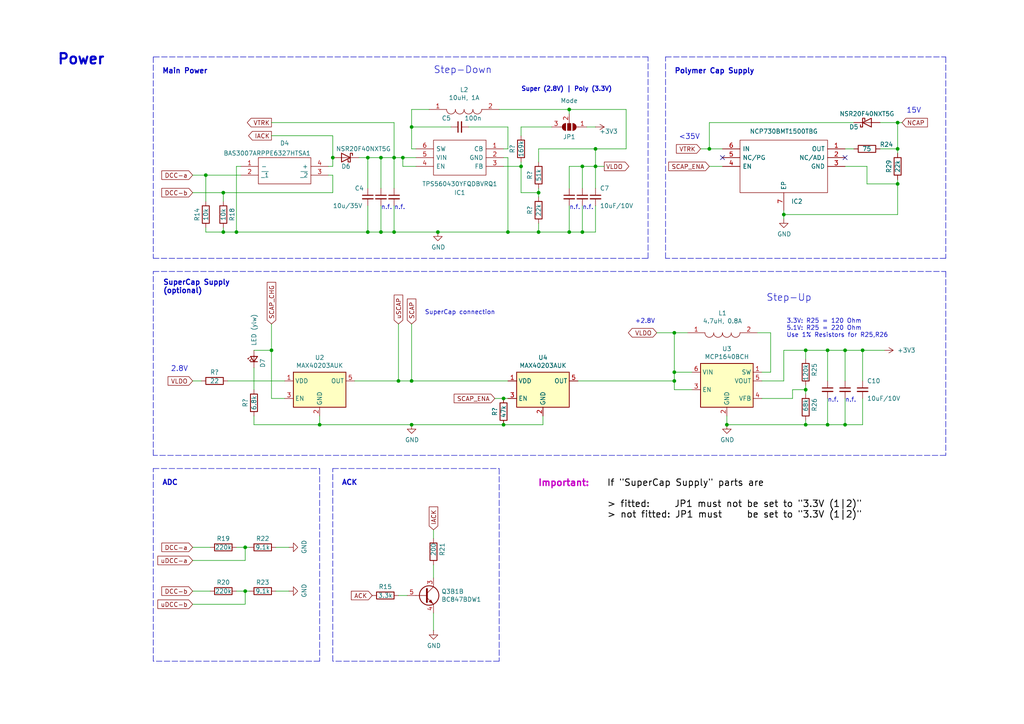
<source format=kicad_sch>
(kicad_sch (version 20250114) (generator "eeschema") (generator_version "9.0")
  (paper "A4")
  (title_block (title "DCC Ambient Decoder Prototype") (date "2025-10-14") (rev "1") (company "Frank Schumacher") (comment 1 "D99.1") (comment 2 "2.8V SCAPs"))
  (lib_symbols
    (symbol "Analog_Switch:MAX40200AUK"
      (property "Reference" "U" (at -6.35 6.35 0))
      (property "Value" "MAX40200AUK" (at 7.62 6.35 0))
      (symbol "MAX40200AUK_1_1"
        (rectangle (start -7.62 -5.08) (end 7.62 5.08) (stroke (width 0.254)) (fill (type background)))
        (pin power_in line (at -10.16 2.54 0) (length 2.54) (name "VDD") (number "1"))
        (pin input line (at -10.16 -2.54 0) (length 2.54) (name "EN") (number "3"))
        (pin power_in line (at 0 -7.62 90) (length 2.54) (name "GND") (number "2"))
        (pin no_connect line (at 7.62 -2.54 180) (length 2.54) (hide yes) (name "NC") (number "4"))
        (pin passive line (at 10.16 2.54 180) (length 2.54) (name "OUT") (number "5"))
      )
    )
    (symbol "Device:C_Small" (pin_numbers (hide yes)) (pin_names (offset 0.254) (hide yes))
      (property "Reference" "C" (at 0.254 1.778 0))
      (property "Value" "C_Small" (at 0.254 -2.032 0))
      (symbol "C_Small_0_1"
        (polyline (pts (xy -1.524 0.508) (xy 1.524 0.508)) (stroke (width 0.3048)))
        (polyline (pts (xy -1.524 -0.508) (xy 1.524 -0.508)) (stroke (width 0.3302)))
      )
      (symbol "C_Small_1_1"
        (pin passive line (at 0 2.54 270) (length 2.032) (name "~") (number "1"))
        (pin passive line (at 0 -2.54 90) (length 2.032) (name "~") (number "2"))
      )
    )
    (symbol "Device:D_Schottky" (pin_numbers (hide yes)) (pin_names (offset 1.016) (hide yes))
      (property "Reference" "D" (at 0 2.54 0))
      (property "Value" "D_Schottky" (at 0 -2.54 0))
      (symbol "D_Schottky_0_1"
        (polyline (pts (xy -1.905 0.635) (xy -1.905 1.27) (xy -1.27 1.27) (xy -1.27 -1.27) (xy -0.635 -1.27) (xy -0.635 -0.635)) (stroke (width 0.254)))
        (polyline (pts (xy 1.27 1.27) (xy 1.27 -1.27) (xy -1.27 0) (xy 1.27 1.27)) (stroke (width 0.254)))
        (polyline (pts (xy 1.27 0) (xy -1.27 0)))
      )
      (symbol "D_Schottky_1_1"
        (pin passive line (at -3.81 0 0) (length 2.54) (name "K") (number "1"))
        (pin passive line (at 3.81 0 180) (length 2.54) (name "A") (number "2"))
      )
    )
    (symbol "Device:LED_Small" (pin_numbers (hide yes)) (pin_names (offset 0.254) (hide yes))
      (property "Reference" "D" (at -1.27 3.175 0))
      (property "Value" "LED_Small" (at -4.445 -2.54 0))
      (symbol "LED_Small_0_1"
        (polyline (pts (xy -0.762 -1.016) (xy -0.762 1.016)) (stroke (width 0.254)))
        (polyline (pts (xy 0 0.762) (xy -0.508 1.27) (xy -0.254 1.27) (xy -0.508 1.27) (xy -0.508 1.016)))
        (polyline (pts (xy 0.508 1.27) (xy 0 1.778) (xy 0.254 1.778) (xy 0 1.778) (xy 0 1.524)))
        (polyline (pts (xy 0.762 -1.016) (xy -0.762 0) (xy 0.762 1.016) (xy 0.762 -1.016)) (stroke (width 0.254)))
        (polyline (pts (xy 1.016 0) (xy -0.762 0)))
      )
      (symbol "LED_Small_1_1"
        (pin passive line (at -2.54 0 0) (length 1.778) (name "K") (number "1"))
        (pin passive line (at 2.54 0 180) (length 1.778) (name "A") (number "2"))
      )
    )
    (symbol "Device:R" (pin_numbers (hide yes)) (pin_names (offset 0))
      (property "Reference" "R" (at 2.032 0 90))
      (property "Value" "R" (at 0 0 90))
      (symbol "R_0_1"
        (rectangle (start -1.016 -2.54) (end 1.016 2.54) (stroke (width 0.254)))
      )
      (symbol "R_1_1"
        (pin passive line (at 0 3.81 270) (length 1.27) (name "~") (number "1"))
        (pin passive line (at 0 -3.81 90) (length 1.27) (name "~") (number "2"))
      )
    )
    (symbol "Jumper:SolderJumper_3_Open" (pin_names (offset 0) (hide yes)) (in_bom no)
      (property "Reference" "JP" (at -2.54 -2.54 0))
      (property "Value" "SolderJumper_3_Open" (at 0 2.794 0))
      (symbol "SolderJumper_3_Open_0_1"
        (polyline (pts (xy -2.54 0) (xy -2.032 0)))
        (polyline (pts (xy -1.016 1.016) (xy -1.016 -1.016)))
        (arc (start -1.016 -1.016) (mid -2.0276 0) (end -1.016 1.016))
        (arc (start -1.016 -1.016) (mid -2.0276 0) (end -1.016 1.016) (fill (type outline)))
        (rectangle (start -0.508 1.016) (end 0.508 -1.016) (fill (type outline)))
        (polyline (pts (xy 0 -1.27) (xy 0 -1.016)))
        (arc (start 1.016 1.016) (mid 2.0276 0) (end 1.016 -1.016))
        (arc (start 1.016 1.016) (mid 2.0276 0) (end 1.016 -1.016) (fill (type outline)))
        (polyline (pts (xy 1.016 1.016) (xy 1.016 -1.016)))
        (polyline (pts (xy 2.54 0) (xy 2.032 0)))
      )
      (symbol "SolderJumper_3_Open_1_1"
        (pin passive line (at -5.08 0 0) (length 2.54) (name "A") (number "1"))
        (pin passive line (at 0 -3.81 90) (length 2.54) (name "C") (number "2"))
        (pin passive line (at 5.08 0 180) (length 2.54) (name "B") (number "3"))
      )
    )
    (symbol "RTB:744029004" (pin_names (offset 0.762))
      (property "Reference" "L" (at 16.51 6.35 0))
      (property "Value" "744029004" (at 16.51 3.81 0))
      (symbol "744029004_0_0"
        (pin passive line (at 0 0 0) (length 5.08) (name "~") (number "1"))
        (pin passive line (at 20.32 0 180) (length 5.08) (name "~") (number "2"))
      )
      (symbol "744029004_0_1"
        (arc (start 7.62 0) (mid 6.35 -1.3218) (end 5.08 0) (stroke (width 0.1524)))
        (arc (start 10.16 0) (mid 8.89 -1.3218) (end 7.62 0) (stroke (width 0.1524)))
        (arc (start 12.7 0) (mid 11.43 -1.3218) (end 10.16 0) (stroke (width 0.1524)))
        (arc (start 15.24 0) (mid 13.97 -1.3218) (end 12.7 0) (stroke (width 0.1524)))
      )
    )
    (symbol "RTB:BAS3007ARPPE6327HTSA1" (pin_names (offset 0.762))
      (property "Reference" "D" (at 21.59 7.62 0))
      (property "Value" "BAS3007ARPPE6327HTSA1" (at 21.59 5.08 0))
      (symbol "BAS3007ARPPE6327HTSA1_0_0"
        (pin passive line (at 0 0 0) (length 5.08) (name "-") (number "1"))
        (pin passive line (at 0 -2.54 0) (length 5.08) (name "~{_1}") (number "2"))
        (pin passive line (at 25.4 0 180) (length 5.08) (name "+") (number "4"))
        (pin passive line (at 25.4 -2.54 180) (length 5.08) (name "~{_2}") (number "3"))
      )
      (symbol "BAS3007ARPPE6327HTSA1_0_1"
        (polyline (pts (xy 5.08 2.54) (xy 20.32 2.54) (xy 20.32 -5.08) (xy 5.08 -5.08) (xy 5.08 2.54)) (stroke (width 0.1524)))
      )
    )
    (symbol "RTB:NCP730BMT330TBG" (pin_names (offset 0.762))
      (property "Reference" "IC" (at 31.75 7.62 0))
      (property "Value" "NCP730BMT330TBG" (at 31.75 5.08 0))
      (symbol "NCP730BMT330TBG_0_0"
        (pin passive line (at 0 0 0) (length 5.08) (name "OUT") (number "1"))
        (pin passive line (at 0 -2.54 0) (length 5.08) (name "NC/ADJ") (number "2"))
        (pin passive line (at 0 -5.08 0) (length 5.08) (name "GND") (number "3"))
        (pin passive line (at 17.78 -17.78 90) (length 5.08) (name "EP") (number "7"))
        (pin passive line (at 35.56 0 180) (length 5.08) (name "IN") (number "6"))
        (pin passive line (at 35.56 -2.54 180) (length 5.08) (name "NC/PG") (number "5"))
        (pin passive line (at 35.56 -5.08 180) (length 5.08) (name "EN") (number "4"))
      )
      (symbol "NCP730BMT330TBG_0_1"
        (polyline (pts (xy 5.08 2.54) (xy 30.48 2.54) (xy 30.48 -12.7) (xy 5.08 -12.7) (xy 5.08 2.54)) (stroke (width 0.1524)))
      )
    )
    (symbol "RTB:TPS560430YFQDBVRQ1" (pin_names (offset 0.762))
      (property "Reference" "IC" (at 21.59 7.62 0))
      (property "Value" "TPS560430YFQDBVRQ1" (at 21.59 5.08 0))
      (symbol "TPS560430YFQDBVRQ1_0_0"
        (pin passive line (at 0 0 0) (length 5.08) (name "CB") (number "1"))
        (pin passive line (at 0 -2.54 0) (length 5.08) (name "GND") (number "2"))
        (pin passive line (at 0 -5.08 0) (length 5.08) (name "FB") (number "3"))
        (pin passive line (at 25.4 0 180) (length 5.08) (name "SW") (number "6"))
        (pin passive line (at 25.4 -2.54 180) (length 5.08) (name "VIN") (number "5"))
        (pin passive line (at 25.4 -5.08 180) (length 5.08) (name "EN") (number "4"))
      )
      (symbol "TPS560430YFQDBVRQ1_0_1"
        (polyline (pts (xy 5.08 2.54) (xy 20.32 2.54) (xy 20.32 -7.62) (xy 5.08 -7.62) (xy 5.08 2.54)) (stroke (width 0.1524)))
      )
    )
    (symbol "Regulator_Switching:MCP1640BCH"
      (property "Reference" "U" (at -7.62 8.89 0))
      (property "Value" "Regulator_Switching_MCP1640BCH" (at -1.27 8.89 0))
      (symbol "MCP1640BCH_0_1"
        (rectangle (start -7.62 7.62) (end 7.62 -5.08) (stroke (width 0.254)) (fill (type background)))
      )
      (symbol "MCP1640BCH_1_1"
        (pin power_in line (at -10.16 5.08 0) (length 2.54) (name "VIN") (number "6"))
        (pin input line (at -10.16 0 0) (length 2.54) (name "EN") (number "3"))
        (pin power_in line (at 0 -7.62 90) (length 2.54) (name "GND") (number "2"))
        (pin input line (at 10.16 5.08 180) (length 2.54) (name "SW") (number "1"))
        (pin power_out line (at 10.16 2.54 180) (length 2.54) (name "VOUT") (number "5"))
        (pin input line (at 10.16 -2.54 180) (length 2.54) (name "VFB") (number "4"))
      )
    )
    (symbol "Transistor_BJT:BC847BDW1" (pin_names (offset 0) (hide yes))
      (property "Reference" "Q" (at 5.08 1.27 0))
      (property "Value" "BC847BDW1" (at 5.08 -1.27 0))
      (symbol "BC847BDW1_0_1"
        (polyline (pts (xy 0.635 1.905) (xy 0.635 -1.905)) (stroke (width 0.508)))
        (polyline (pts (xy 0.635 0.635) (xy 2.54 2.54)))
        (polyline (pts (xy 0.635 0) (xy -2.54 0)))
        (polyline (pts (xy 0.635 -0.635) (xy 2.54 -2.54)))
        (circle (center 1.27 0) (radius 2.8194) (stroke (width 0.254)))
        (polyline (pts (xy 1.27 -1.778) (xy 1.778 -1.27) (xy 2.286 -2.286) (xy 1.27 -1.778)) (fill (type outline)))
      )
      (symbol "BC847BDW1_1_1"
        (pin input line (at -5.08 0 0) (length 2.54) (name "B1") (number "2"))
        (pin passive line (at 2.54 5.08 270) (length 2.54) (name "C1") (number "6"))
        (pin passive line (at 2.54 -5.08 90) (length 2.54) (name "E1") (number "1"))
      )
      (symbol "BC847BDW1_2_1"
        (pin input line (at -5.08 0 0) (length 2.54) (name "B2") (number "5"))
        (pin passive line (at 2.54 5.08 270) (length 2.54) (name "C2") (number "3"))
        (pin passive line (at 2.54 -5.08 90) (length 2.54) (name "E2") (number "4"))
      )
    )
    (symbol "power:+3V3" (power) (pin_numbers (hide yes)) (pin_names (offset 0) (hide yes))
      (property "Value" "+3V3" (at 0 3.556 0))
      (symbol "+3V3_0_1"
        (polyline (pts (xy -0.762 1.27) (xy 0 2.54)))
        (polyline (pts (xy 0 2.54) (xy 0.762 1.27)))
        (polyline (pts (xy 0 0) (xy 0 2.54)))
      )
      (symbol "+3V3_1_1"
        (pin power_in line (at 0 0 90) (length 0) (name "~") (number "1"))
      )
    )
    (symbol "power:GND" (power) (pin_numbers (hide yes)) (pin_names (offset 0) (hide yes))
      (property "Value" "GND" (at 0 -3.81 0))
      (symbol "GND_0_1"
        (polyline (pts (xy 0 0) (xy 0 -1.27) (xy 1.27 -1.27) (xy 0 -2.54) (xy -1.27 -1.27) (xy 0 -1.27)))
      )
      (symbol "GND_1_1"
        (pin power_in line (at 0 0 270) (length 0) (name "~") (number "1"))
      )
    )
  )
  (text "Step-Up" (at 222.25 87.63 0) (effects (font (size 2.0066 2.0066)) (justify left bottom)))
  (text "n.f." (at 110.49 60.96 0) (effects (font (size 1.27 1.27)) (justify left bottom)))
  (text "Polymer Cap Supply" (at 195.58 21.59 0) (effects (font (size 1.4986 1.4986) (thickness 0.2997) (bold yes)) (justify left bottom)))
  (text "n.f." (at 168.91 60.96 0) (effects (font (size 1.27 1.27)) (justify left bottom)))
  (text "+2.8V" (at 184.15 93.98 0) (effects (font (size 1.27 1.27)) (justify left bottom)))
  (text "Super (2.8V) | Poly (3.3V)" (at 151.13 26.67 0) (effects (font (size 1.27 1.27) (thickness 0.254) (bold yes)) (justify left bottom)))
  (text "ACK" (at 99.06 140.97 0) (effects (font (size 1.4986 1.4986) (thickness 0.2997) (bold yes)) (justify left bottom)))
  (text "Step-Down" (at 125.73 21.59 0) (effects (font (size 2.0066 2.0066)) (justify left bottom)))
  (text "Power" (at 16.51 19.05 0) (effects (font (size 2.9972 2.9972) (thickness 0.5994) (bold yes)) (justify left bottom)))
  (text "<35V" (at 196.85 40.64 0) (effects (font (size 1.4986 1.4986)) (justify left bottom)))
  (text "3.3V: R25 = 120 Ohm\n5.1V: R25 = 220 Ohm\nUse 1% Resistors for R25,R26" (at 228.092 95.25 0) (effects (font (size 1.27 1.27)) (justify left)))
  (text "Main Power" (at 46.99 21.59 0) (effects (font (size 1.4986 1.4986) (thickness 0.2997) (bold yes)) (justify left bottom)))
  (text "SuperCap connection" (at 123.19 91.44 0) (effects (font (size 1.27 1.27)) (justify left bottom)))
  (text "If \"SuperCap Supply\" parts are\n\n> fitted:     JP1 must not be set to \"3.3V (1|2)\"\n> not fitted: JP1 must     be set to \"3.3V (1|2)\"" (at 176.022 144.78 0) (effects (font (size 1.905 1.905) (thickness 0.2381)) (justify left)))
  (text "n.f." (at 245.11 116.84 0) (effects (font (size 1.27 1.27)) (justify left bottom)))
  (text "n.f." (at 165.1 60.96 0) (effects (font (size 1.27 1.27)) (justify left bottom)))
  (text "SuperCap Supply\n(optional)" (at 47.244 85.344 0) (effects (font (size 1.4986 1.4986) (thickness 0.2997) (bold yes)) (justify left bottom)))
  (text "n.f." (at 240.03 116.84 0) (effects (font (size 1.27 1.27)) (justify left bottom)))
  (text "2.8V" (at 49.53 107.95 0) (effects (font (size 1.4986 1.4986)) (justify left bottom)))
  (text "n.f." (at 114.3 60.96 0) (effects (font (size 1.27 1.27)) (justify left bottom)))
  (text "ADC" (at 46.99 140.97 0) (effects (font (size 1.4986 1.4986) (thickness 0.2997) (bold yes)) (justify left bottom)))
  (text "Important:" (at 155.956 140.208 0) (effects (font (size 1.905 1.905) (thickness 0.381) (bold yes)) (justify left)))
  (text "15V" (at 262.89 33.02 0) (effects (font (size 1.4986 1.4986)) (justify left bottom)))
  (junction (at 233.68 113.03))
  (junction (at 59.69 50.8))
  (junction (at 233.68 123.19))
  (junction (at 165.1 67.31))
  (junction (at 110.49 45.72))
  (junction (at 127 67.31))
  (junction (at 119.38 123.19))
  (junction (at 172.72 48.26))
  (junction (at 114.3 45.72))
  (junction (at 245.11 123.19))
  (junction (at 195.58 96.52))
  (junction (at 227.33 62.23))
  (junction (at 240.03 101.6))
  (junction (at 250.19 101.6))
  (junction (at 195.58 110.49))
  (junction (at 68.58 67.31))
  (junction (at 115.57 110.49))
  (junction (at 71.12 158.75))
  (junction (at 96.52 45.72))
  (junction (at 64.77 55.88))
  (junction (at 114.3 67.31))
  (junction (at 165.1 31.75))
  (junction (at 71.12 171.45))
  (junction (at 260.35 53.34))
  (junction (at 233.68 101.6))
  (junction (at 146.05 123.19))
  (junction (at 195.58 107.95))
  (junction (at 106.68 67.31))
  (junction (at 168.91 48.26))
  (junction (at 119.38 110.49))
  (junction (at 146.05 115.57))
  (junction (at 240.03 123.19))
  (junction (at 260.35 35.56))
  (junction (at 147.32 67.31))
  (junction (at 260.35 43.18))
  (junction (at 64.77 67.31))
  (junction (at 156.21 55.88))
  (junction (at 78.74 101.6))
  (junction (at 210.82 123.19))
  (junction (at 151.13 48.26))
  (junction (at 92.71 123.19))
  (junction (at 116.84 45.72))
  (junction (at 110.49 67.31))
  (junction (at 119.38 36.83))
  (junction (at 172.72 43.18))
  (junction (at 245.11 101.6))
  (junction (at 205.74 43.18))
  (junction (at 168.91 67.31))
  (junction (at 156.21 67.31))
  (junction (at 106.68 45.72))
  (no_connect (at 209.55 45.72))
  (no_connect (at 245.11 45.72))
  (polyline (pts (xy 144.78 135.89) (xy 144.78 191.77)) (stroke (width 0) (type dash)))
  (wire (pts (xy 110.49 67.31) (xy 114.3 67.31)))
  (wire (pts (xy 125.73 177.8) (xy 125.73 182.88)))
  (polyline (pts (xy 44.45 191.77) (xy 44.45 135.89)) (stroke (width 0) (type dash)))
  (wire (pts (xy 260.35 52.07) (xy 260.35 53.34)))
  (wire (pts (xy 106.68 54.61) (xy 106.68 45.72)))
  (wire (pts (xy 144.78 31.75) (xy 165.1 31.75)))
  (polyline (pts (xy 274.32 16.51) (xy 274.32 74.93)) (stroke (width 0) (type dash)))
  (wire (pts (xy 71.12 175.26) (xy 55.88 175.26)))
  (wire (pts (xy 147.32 36.83) (xy 147.32 43.18)))
  (wire (pts (xy 156.21 54.61) (xy 156.21 55.88)))
  (wire (pts (xy 147.32 67.31) (xy 156.21 67.31)))
  (wire (pts (xy 59.69 66.04) (xy 59.69 67.31)))
  (wire (pts (xy 156.21 67.31) (xy 165.1 67.31)))
  (wire (pts (xy 68.58 48.26) (xy 68.58 67.31)))
  (wire (pts (xy 119.38 36.83) (xy 119.38 31.75)))
  (polyline (pts (xy 144.78 191.77) (xy 96.52 191.77)) (stroke (width 0) (type dash)))
  (polyline (pts (xy 187.96 16.51) (xy 44.45 16.51)) (stroke (width 0) (type dash)))
  (wire (pts (xy 227.33 62.23) (xy 227.33 63.5)))
  (wire (pts (xy 156.21 67.31) (xy 156.21 64.77)))
  (wire (pts (xy 229.87 113.03) (xy 233.68 113.03)))
  (wire (pts (xy 227.33 60.96) (xy 227.33 62.23)))
  (wire (pts (xy 127 67.31) (xy 147.32 67.31)))
  (wire (pts (xy 151.13 48.26) (xy 151.13 55.88)))
  (wire (pts (xy 110.49 45.72) (xy 114.3 45.72)))
  (wire (pts (xy 78.74 115.57) (xy 78.74 101.6)))
  (wire (pts (xy 223.52 107.95) (xy 223.52 96.52)))
  (wire (pts (xy 227.33 101.6) (xy 233.68 101.6)))
  (wire (pts (xy 125.73 153.67) (xy 125.73 156.21)))
  (wire (pts (xy 96.52 50.8) (xy 95.25 50.8)))
  (polyline (pts (xy 92.71 135.89) (xy 92.71 191.77)) (stroke (width 0) (type dash)))
  (wire (pts (xy 71.12 171.45) (xy 72.39 171.45)))
  (wire (pts (xy 165.1 33.02) (xy 165.1 31.75)))
  (wire (pts (xy 147.32 45.72) (xy 147.32 67.31)))
  (wire (pts (xy 205.74 35.56) (xy 247.65 35.56)))
  (wire (pts (xy 233.68 101.6) (xy 240.03 101.6)))
  (wire (pts (xy 71.12 171.45) (xy 71.12 175.26)))
  (wire (pts (xy 172.72 48.26) (xy 172.72 54.61)))
  (wire (pts (xy 233.68 121.92) (xy 233.68 123.19)))
  (wire (pts (xy 92.71 120.65) (xy 92.71 123.19)))
  (wire (pts (xy 168.91 48.26) (xy 172.72 48.26)))
  (wire (pts (xy 151.13 39.37) (xy 151.13 36.83)))
  (wire (pts (xy 66.04 110.49) (xy 82.55 110.49)))
  (wire (pts (xy 245.11 115.57) (xy 245.11 123.19)))
  (wire (pts (xy 165.1 67.31) (xy 168.91 67.31)))
  (polyline (pts (xy 193.04 16.51) (xy 274.32 16.51)) (stroke (width 0) (type dash)))
  (wire (pts (xy 64.77 67.31) (xy 68.58 67.31)))
  (wire (pts (xy 250.19 101.6) (xy 250.19 110.49)))
  (wire (pts (xy 151.13 36.83) (xy 160.02 36.83)))
  (wire (pts (xy 195.58 96.52) (xy 190.5 96.52)))
  (wire (pts (xy 59.69 67.31) (xy 64.77 67.31)))
  (wire (pts (xy 115.57 110.49) (xy 119.38 110.49)))
  (wire (pts (xy 146.05 123.19) (xy 157.48 123.19)))
  (wire (pts (xy 78.74 35.56) (xy 114.3 35.56)))
  (wire (pts (xy 116.84 45.72) (xy 120.65 45.72)))
  (wire (pts (xy 260.35 53.34) (xy 260.35 62.23)))
  (wire (pts (xy 209.55 48.26) (xy 205.74 48.26)))
  (wire (pts (xy 120.65 43.18) (xy 119.38 43.18)))
  (wire (pts (xy 240.03 115.57) (xy 240.03 123.19)))
  (wire (pts (xy 96.52 48.26) (xy 95.25 48.26)))
  (wire (pts (xy 114.3 45.72) (xy 116.84 45.72)))
  (wire (pts (xy 245.11 101.6) (xy 245.11 110.49)))
  (wire (pts (xy 135.89 36.83) (xy 147.32 36.83)))
  (wire (pts (xy 73.66 120.65) (xy 73.66 123.19)))
  (wire (pts (xy 172.72 43.18) (xy 181.61 43.18)))
  (wire (pts (xy 233.68 123.19) (xy 240.03 123.19)))
  (wire (pts (xy 260.35 35.56) (xy 260.35 43.18)))
  (wire (pts (xy 245.11 43.18) (xy 247.65 43.18)))
  (wire (pts (xy 233.68 111.76) (xy 233.68 113.03)))
  (wire (pts (xy 233.68 113.03) (xy 233.68 114.3)))
  (wire (pts (xy 240.03 101.6) (xy 240.03 110.49)))
  (wire (pts (xy 195.58 96.52) (xy 195.58 107.95)))
  (wire (pts (xy 251.46 48.26) (xy 245.11 48.26)))
  (wire (pts (xy 260.35 35.56) (xy 261.62 35.56)))
  (wire (pts (xy 251.46 53.34) (xy 251.46 48.26)))
  (wire (pts (xy 78.74 101.6) (xy 78.74 93.98)))
  (wire (pts (xy 168.91 59.69) (xy 168.91 67.31)))
  (wire (pts (xy 165.1 31.75) (xy 181.61 31.75)))
  (wire (pts (xy 165.1 59.69) (xy 165.1 67.31)))
  (wire (pts (xy 71.12 158.75) (xy 71.12 162.56)))
  (wire (pts (xy 82.55 115.57) (xy 78.74 115.57)))
  (wire (pts (xy 205.74 35.56) (xy 205.74 43.18)))
  (wire (pts (xy 195.58 110.49) (xy 195.58 107.95)))
  (wire (pts (xy 55.88 171.45) (xy 60.96 171.45)))
  (wire (pts (xy 210.82 123.19) (xy 210.82 120.65)))
  (wire (pts (xy 64.77 58.42) (xy 64.77 55.88)))
  (wire (pts (xy 73.66 123.19) (xy 92.71 123.19)))
  (wire (pts (xy 102.87 110.49) (xy 115.57 110.49)))
  (wire (pts (xy 195.58 107.95) (xy 200.66 107.95)))
  (wire (pts (xy 260.35 43.18) (xy 255.27 43.18)))
  (wire (pts (xy 96.52 45.72) (xy 96.52 48.26)))
  (wire (pts (xy 181.61 43.18) (xy 181.61 31.75)))
  (wire (pts (xy 119.38 110.49) (xy 147.32 110.49)))
  (wire (pts (xy 195.58 113.03) (xy 195.58 110.49)))
  (wire (pts (xy 71.12 162.56) (xy 55.88 162.56)))
  (wire (pts (xy 96.52 45.72) (xy 96.52 39.37)))
  (wire (pts (xy 172.72 43.18) (xy 172.72 48.26)))
  (wire (pts (xy 165.1 48.26) (xy 168.91 48.26)))
  (wire (pts (xy 151.13 46.99) (xy 151.13 48.26)))
  (wire (pts (xy 73.66 101.6) (xy 78.74 101.6)))
  (wire (pts (xy 68.58 67.31) (xy 106.68 67.31)))
  (wire (pts (xy 106.68 67.31) (xy 110.49 67.31)))
  (wire (pts (xy 220.98 110.49) (xy 227.33 110.49)))
  (wire (pts (xy 251.46 53.34) (xy 260.35 53.34)))
  (wire (pts (xy 156.21 43.18) (xy 156.21 46.99)))
  (wire (pts (xy 245.11 101.6) (xy 250.19 101.6)))
  (wire (pts (xy 151.13 55.88) (xy 156.21 55.88)))
  (wire (pts (xy 64.77 66.04) (xy 64.77 67.31)))
  (wire (pts (xy 115.57 172.72) (xy 118.11 172.72)))
  (polyline (pts (xy 44.45 132.08) (xy 44.45 78.74)) (stroke (width 0) (type dash)))
  (wire (pts (xy 240.03 123.19) (xy 245.11 123.19)))
  (polyline (pts (xy 193.04 74.93) (xy 193.04 16.51)) (stroke (width 0) (type dash)))
  (wire (pts (xy 143.51 115.57) (xy 146.05 115.57)))
  (polyline (pts (xy 274.32 132.08) (xy 44.45 132.08)) (stroke (width 0) (type dash)))
  (wire (pts (xy 96.52 55.88) (xy 96.52 50.8)))
  (wire (pts (xy 250.19 115.57) (xy 250.19 123.19)))
  (polyline (pts (xy 92.71 191.77) (xy 44.45 191.77)) (stroke (width 0) (type dash)))
  (wire (pts (xy 115.57 93.98) (xy 115.57 110.49)))
  (polyline (pts (xy 44.45 78.74) (xy 274.32 78.74)) (stroke (width 0) (type dash)))
  (polyline (pts (xy 44.45 16.51) (xy 44.45 74.93)) (stroke (width 0) (type dash)))
  (wire (pts (xy 220.98 107.95) (xy 223.52 107.95)))
  (wire (pts (xy 125.73 163.83) (xy 125.73 167.64)))
  (wire (pts (xy 245.11 123.19) (xy 250.19 123.19)))
  (wire (pts (xy 233.68 104.14) (xy 233.68 101.6)))
  (polyline (pts (xy 44.45 74.93) (xy 187.96 74.93)) (stroke (width 0) (type dash)))
  (wire (pts (xy 119.38 93.98) (xy 119.38 110.49)))
  (wire (pts (xy 71.12 158.75) (xy 72.39 158.75)))
  (wire (pts (xy 59.69 50.8) (xy 69.85 50.8)))
  (wire (pts (xy 168.91 67.31) (xy 172.72 67.31)))
  (wire (pts (xy 114.3 59.69) (xy 114.3 67.31)))
  (wire (pts (xy 195.58 96.52) (xy 199.39 96.52)))
  (wire (pts (xy 256.54 101.6) (xy 250.19 101.6)))
  (wire (pts (xy 146.05 48.26) (xy 151.13 48.26)))
  (wire (pts (xy 167.64 110.49) (xy 195.58 110.49)))
  (polyline (pts (xy 44.45 135.89) (xy 92.71 135.89)) (stroke (width 0) (type dash)))
  (wire (pts (xy 64.77 55.88) (xy 55.88 55.88)))
  (wire (pts (xy 220.98 115.57) (xy 229.87 115.57)))
  (polyline (pts (xy 96.52 135.89) (xy 144.78 135.89)) (stroke (width 0) (type dash)))
  (wire (pts (xy 110.49 54.61) (xy 110.49 45.72)))
  (wire (pts (xy 260.35 43.18) (xy 260.35 44.45)))
  (wire (pts (xy 156.21 43.18) (xy 172.72 43.18)))
  (wire (pts (xy 104.14 45.72) (xy 106.68 45.72)))
  (wire (pts (xy 73.66 106.68) (xy 73.66 113.03)))
  (wire (pts (xy 55.88 110.49) (xy 58.42 110.49)))
  (wire (pts (xy 119.38 43.18) (xy 119.38 36.83)))
  (wire (pts (xy 114.3 35.56) (xy 114.3 45.72)))
  (polyline (pts (xy 274.32 78.74) (xy 274.32 132.08)) (stroke (width 0) (type dash)))
  (wire (pts (xy 64.77 55.88) (xy 96.52 55.88)))
  (wire (pts (xy 106.68 59.69) (xy 106.68 67.31)))
  (wire (pts (xy 80.01 158.75) (xy 83.82 158.75)))
  (wire (pts (xy 146.05 45.72) (xy 147.32 45.72)))
  (wire (pts (xy 210.82 123.19) (xy 233.68 123.19)))
  (wire (pts (xy 227.33 110.49) (xy 227.33 101.6)))
  (wire (pts (xy 255.27 35.56) (xy 260.35 35.56)))
  (polyline (pts (xy 187.96 74.93) (xy 187.96 16.51)) (stroke (width 0) (type dash)))
  (wire (pts (xy 168.91 54.61) (xy 168.91 48.26)))
  (wire (pts (xy 68.58 158.75) (xy 71.12 158.75)))
  (wire (pts (xy 172.72 48.26) (xy 175.26 48.26)))
  (wire (pts (xy 157.48 123.19) (xy 157.48 120.65)))
  (wire (pts (xy 260.35 62.23) (xy 227.33 62.23)))
  (wire (pts (xy 114.3 54.61) (xy 114.3 45.72)))
  (wire (pts (xy 165.1 54.61) (xy 165.1 48.26)))
  (wire (pts (xy 170.18 36.83) (xy 172.72 36.83)))
  (wire (pts (xy 106.68 45.72) (xy 110.49 45.72)))
  (wire (pts (xy 114.3 67.31) (xy 127 67.31)))
  (wire (pts (xy 110.49 59.69) (xy 110.49 67.31)))
  (wire (pts (xy 195.58 113.03) (xy 200.66 113.03)))
  (wire (pts (xy 69.85 48.26) (xy 68.58 48.26)))
  (wire (pts (xy 240.03 101.6) (xy 245.11 101.6)))
  (wire (pts (xy 119.38 123.19) (xy 146.05 123.19)))
  (wire (pts (xy 120.65 48.26) (xy 116.84 48.26)))
  (wire (pts (xy 229.87 115.57) (xy 229.87 113.03)))
  (wire (pts (xy 119.38 36.83) (xy 130.81 36.83)))
  (wire (pts (xy 205.74 43.18) (xy 209.55 43.18)))
  (wire (pts (xy 78.74 39.37) (xy 96.52 39.37)))
  (wire (pts (xy 147.32 43.18) (xy 146.05 43.18)))
  (wire (pts (xy 119.38 31.75) (xy 124.46 31.75)))
  (wire (pts (xy 205.74 43.18) (xy 203.2 43.18)))
  (wire (pts (xy 80.01 171.45) (xy 83.82 171.45)))
  (wire (pts (xy 68.58 171.45) (xy 71.12 171.45)))
  (wire (pts (xy 59.69 50.8) (xy 55.88 50.8)))
  (wire (pts (xy 92.71 123.19) (xy 119.38 123.19)))
  (wire (pts (xy 172.72 59.69) (xy 172.72 67.31)))
  (wire (pts (xy 55.88 158.75) (xy 60.96 158.75)))
  (wire (pts (xy 59.69 58.42) (xy 59.69 50.8)))
  (wire (pts (xy 156.21 55.88) (xy 156.21 57.15)))
  (polyline (pts (xy 274.32 74.93) (xy 193.04 74.93)) (stroke (width 0) (type dash)))
  (wire (pts (xy 116.84 48.26) (xy 116.84 45.72)))
  (wire (pts (xy 146.05 115.57) (xy 147.32 115.57)))
  (wire (pts (xy 219.71 96.52) (xy 223.52 96.52)))
  (polyline (pts (xy 96.52 191.77) (xy 96.52 135.89)) (stroke (width 0) (type dash)))
  (global_label "SCAP" (shape input) (at 119.38 93.98 90) (property "Intersheetrefs" "${INTERSHEET_REFS}" (effects (hide yes))))
  (global_label "uDCC-a" (shape input) (at 55.88 162.56 180) (property "Intersheetrefs" "${INTERSHEET_REFS}" (effects (hide yes))))
  (global_label "IACK" (shape output) (at 78.74 39.37 180) (property "Intersheetrefs" "${INTERSHEET_REFS}" (effects (hide yes))))
  (global_label "SCAP_CHG" (shape input) (at 78.74 93.98 90) (property "Intersheetrefs" "${INTERSHEET_REFS}" (effects (hide yes))))
  (global_label "VTRK" (shape output) (at 78.74 35.56 180) (property "Intersheetrefs" "${INTERSHEET_REFS}" (effects (hide yes))))
  (global_label "VLDO" (shape bidirectional) (at 190.5 96.52 180) (property "Intersheetrefs" "${INTERSHEET_REFS}" (effects (hide yes))))
  (global_label "ACK" (shape input) (at 107.95 172.72 180) (property "Intersheetrefs" "${INTERSHEET_REFS}" (effects (hide yes))))
  (global_label "uSCAP" (shape input) (at 115.57 93.98 90) (property "Intersheetrefs" "${INTERSHEET_REFS}" (effects (hide yes))))
  (global_label "NCAP" (shape input) (at 261.62 35.56 0) (property "Intersheetrefs" "${INTERSHEET_REFS}" (effects (hide yes))))
  (global_label "DCC-a" (shape input) (at 55.88 158.75 180) (property "Intersheetrefs" "${INTERSHEET_REFS}" (effects (hide yes))))
  (global_label "VTRK" (shape input) (at 203.2 43.18 180) (property "Intersheetrefs" "${INTERSHEET_REFS}" (effects (hide yes))))
  (global_label "DCC-b" (shape input) (at 55.88 171.45 180) (property "Intersheetrefs" "${INTERSHEET_REFS}" (effects (hide yes))))
  (global_label "DCC-b" (shape input) (at 55.88 55.88 180) (property "Intersheetrefs" "${INTERSHEET_REFS}" (effects (hide yes))))
  (global_label "SCAP_ENA" (shape input) (at 205.74 48.26 180) (property "Intersheetrefs" "${INTERSHEET_REFS}" (effects (hide yes))))
  (global_label "IACK" (shape input) (at 125.73 153.67 90) (property "Intersheetrefs" "${INTERSHEET_REFS}" (effects (hide yes))))
  (global_label "VLDO" (shape input) (at 55.88 110.49 180) (property "Intersheetrefs" "${INTERSHEET_REFS}" (effects (hide yes))))
  (global_label "DCC-a" (shape input) (at 55.88 50.8 180) (property "Intersheetrefs" "${INTERSHEET_REFS}" (effects (hide yes))))
  (global_label "VLDO" (shape output) (at 175.26 48.26 0) (property "Intersheetrefs" "${INTERSHEET_REFS}" (effects (hide yes))))
  (global_label "uDCC-b" (shape input) (at 55.88 175.26 180) (property "Intersheetrefs" "${INTERSHEET_REFS}" (effects (hide yes))))
  (global_label "SCAP_ENA" (shape input) (at 143.51 115.57 180) (property "Intersheetrefs" "${INTERSHEET_REFS}" (effects (hide yes))))
  (symbol (lib_id "power:GND") (at 127 67.31 0) (unit 1)
    (property "Reference" "#PWR0111" (effects (hide yes)))
    (property "Value" "GND" (at 127.127 71.7042 0))
  )
  (symbol (lib_id "Device:C_Small") (at 245.11 113.03 0) (mirror y) (unit 1)
    (property "Reference" "C8" (effects (hide yes)))
    (property "Value" "10uF/10V" (effects (hide yes)))
    (property "Footprint" "Capacitor_SMD:C_0603_1608Metric" (effects (hide yes)))
    (property "Description" "10V 10uF X5R ±10% 0603 Multilayer Ceramic Capacitors MLCC - SMD/SMT ROHS" (effects (hide yes)))
    (property "LCSC Part #" "C19702" (effects (hide yes)))
  )
  (symbol (lib_id "power:+3V3") (at 256.54 101.6 270) (unit 1)
    (property "Reference" "#PWR0112" (effects (hide yes)))
    (property "Value" "+3V3" (at 262.89 101.6 90))
    (instances (project "" (path "" (reference "#PWR?") (unit 1)) (path "" (reference "#PWR0112") (unit 1))))
  )
  (symbol (lib_id "Device:R") (at 125.73 160.02 180) (unit 1)
    (property "Reference" "R21" (at 128.27 161.29 90) (effects (justify right)))
    (property "Value" "200" (at 125.73 161.29 90) (effects (justify right)))
    (property "Footprint" "Resistor_SMD:R_0603_1608Metric" (effects (hide yes)))
    (property "Description" "-55℃~+155℃ 100mW 200Ω 75V Thick Film Resistor ±1% ±100ppm/℃ 0603 Chip Resistor - Surface Mount ROHS" (effects (hide yes)))
    (property "LCSC Part #" "C8218" (effects (hide yes)))
  )
  (symbol (lib_id "power:GND") (at 125.73 182.88 0) (unit 1)
    (property "Reference" "#PWR0113" (effects (hide yes)))
    (property "Value" "GND" (at 125.857 187.2742 0))
  )
  (symbol (lib_id "Device:R") (at 111.76 172.72 90) (unit 1)
    (property "Reference" "R15" (at 111.76 170.18 90))
    (property "Value" "3.3k" (at 111.76 172.72 90))
    (property "Footprint" "Resistor_SMD:R_0402_1005Metric" (effects (hide yes)))
    (property "Description" "-55℃~+155℃ 3.3kΩ 50V 62.5mW Thick Film Resistor ±1% ±100ppm/℃ 0402 Chip Resistor - Surface Mount ROHS" (effects (hide yes)))
    (property "LCSC Part #" "C25890" (effects (hide yes)))
  )
  (symbol (lib_id "Device:C_Small") (at 172.72 57.15 0) (unit 1)
    (property "Reference" "C7" (at 173.99 54.61 0) (effects (justify left)))
    (property "Value" "10uF/10V" (at 173.99 59.69 0) (effects (justify left)))
    (property "Footprint" "Capacitor_SMD:C_0603_1608Metric" (effects (hide yes)))
    (property "Description" "10V 10uF X5R ±10% 0603 Multilayer Ceramic Capacitors MLCC - SMD/SMT ROHS" (effects (hide yes)))
    (property "LCSC Part #" "C19702" (effects (hide yes)))
  )
  (symbol (lib_id "power:GND") (at 119.38 123.19 0) (unit 1)
    (property "Reference" "#PWR0114" (effects (hide yes)))
    (property "Value" "GND" (at 119.507 127.5842 0))
  )
  (symbol (lib_id "Transistor_BJT:BC847BDW1") (at 123.19 172.72 0) (unit 2)
    (property "Reference" "Q3B1" (at 128.016 171.5516 0) (effects (justify left)))
    (property "Value" "BC847BDW1" (at 128.016 173.863 0) (effects (justify left)))
    (property "Footprint" "Package_TO_SOT_SMD:SOT-363_SC-70-6" (effects (hide yes)))
    (property "Datasheet" "http://www.onsemi.com/pub_link/Collateral/BC846BDW1T1-D.PDF" (effects (hide yes)))
    (property "Description" "-55℃~+150℃ 100MHz 100mA 150@10uA,5.0V 250mV 380mW 45V 5uA NPN SOT-363 Bipolar (BJT) ROHS" (effects (hide yes)))
    (property "LCSC Part #" "C82368" (effects (hide yes)))
  )
  (symbol (lib_id "Device:R") (at 64.77 158.75 90) (unit 1)
    (property "Reference" "R19" (at 64.77 156.21 90))
    (property "Value" "220k" (at 64.77 158.75 90))
    (property "Footprint" "Resistor_SMD:R_0402_1005Metric" (effects (hide yes)))
    (property "Description" "-55℃~+155℃ 220kΩ 50V 62.5mW Thick Film Resistor ±1% ±100ppm/℃ 0402 Chip Resistor - Surface Mount ROHS" (effects (hide yes)))
    (property "LCSC Part #" "C25767" (effects (hide yes)))
  )
  (symbol (lib_id "Device:R") (at 76.2 158.75 90) (unit 1)
    (property "Reference" "R22" (at 76.2 156.21 90))
    (property "Value" "9.1k" (at 76.2 158.75 90))
    (property "Footprint" "Resistor_SMD:R_0402_1005Metric" (effects (hide yes)))
    (property "Description" "-55℃~+155℃ 50V 62.5mW 9.1kΩ Thick Film Resistor ±1% ±100ppm/℃ 0402 Chip Resistor - Surface Mount ROHS" (effects (hide yes)))
    (property "LCSC Part #" "C25926" (effects (hide yes)))
  )
  (symbol (lib_id "power:GND") (at 83.82 158.75 90) (unit 1)
    (property "Reference" "#PWR0115" (effects (hide yes)))
    (property "Value" "GND" (at 88.2142 158.623 0))
  )
  (symbol (lib_id "Device:R") (at 64.77 171.45 90) (unit 1)
    (property "Reference" "R20" (at 64.77 168.91 90))
    (property "Value" "220k" (at 64.77 171.45 90))
    (property "Footprint" "Resistor_SMD:R_0402_1005Metric" (effects (hide yes)))
    (property "Description" "-55℃~+155℃ 220kΩ 50V 62.5mW Thick Film Resistor ±1% ±100ppm/℃ 0402 Chip Resistor - Surface Mount ROHS" (effects (hide yes)))
    (property "LCSC Part #" "C25767" (effects (hide yes)))
  )
  (symbol (lib_id "Device:R") (at 76.2 171.45 90) (unit 1)
    (property "Reference" "R23" (at 76.2 168.91 90))
    (property "Value" "9.1k" (at 76.2 171.45 90))
    (property "Footprint" "Resistor_SMD:R_0402_1005Metric" (effects (hide yes)))
    (property "Description" "-55℃~+155℃ 50V 62.5mW 9.1kΩ Thick Film Resistor ±1% ±100ppm/℃ 0402 Chip Resistor - Surface Mount ROHS" (effects (hide yes)))
    (property "LCSC Part #" "C25926" (effects (hide yes)))
  )
  (symbol (lib_id "power:GND") (at 83.82 171.45 90) (unit 1)
    (property "Reference" "#PWR0116" (effects (hide yes)))
    (property "Value" "GND" (at 88.2142 171.323 0))
  )
  (symbol (lib_id "Analog_Switch:MAX40200AUK") (at 157.48 113.03 0) (unit 1)
    (property "Reference" "U4" (at 157.48 103.7082 0))
    (property "Value" "MAX40203AUK" (at 157.48 106.0196 0))
    (property "Footprint" "Package_TO_SOT_SMD:SOT-23-5" (effects (hide yes)))
    (property "Datasheet" "https://datasheets.maximintegrated.com/en/ds/MAX40200.pdf" (effects (hide yes)))
    (property "Description" "-40℃~+125℃ 1.2V~5.5V 200mV 300nA 6V SOT-23-5 ORing Controllers ROHS" (effects (hide yes)))
    (property "LCSC Part #" "C2653639" (effects (hide yes)))
  )
  (symbol (lib_id "Device:LED_Small") (at 73.66 104.14 90) (unit 1)
    (property "Reference" "D7" (at 76.2 106.68 0) (effects (justify left)))
    (property "Value" "LED (ylw)" (at 73.66 100.33 0) (effects (justify left)))
    (property "Footprint" "LED_SMD:LED_0603_1608Metric" (effects (hide yes)))
  )
  (symbol (lib_id "Device:R") (at 233.68 107.95 180) (unit 1)
    (property "Reference" "R25" (at 236.22 109.22 90) (effects (justify right)))
    (property "Value" "120k" (at 233.68 110.49 90) (effects (justify right)))
    (property "Footprint" "Resistor_SMD:R_0402_1005Metric" (effects (hide yes)))
    (property "Description" "-55℃~+155℃ 120kΩ 50V 62.5mW Thick Film Resistor ±1% ±100ppm/℃ 0402 Chip Resistor - Surface Mount ROHS" (effects (hide yes)))
    (property "LCSC Part #" "C25750" (effects (hide yes)))
  )
  (symbol (lib_id "Device:R") (at 233.68 118.11 180) (unit 1)
    (property "Reference" "R26" (at 236.22 119.38 90) (effects (justify right)))
    (property "Value" "68k" (at 233.68 119.38 90) (effects (justify right)))
    (property "Footprint" "Resistor_SMD:R_0402_1005Metric" (effects (hide yes)))
    (property "Description" "-55℃~+155℃ 50V 62.5mW 68kΩ Thick Film Resistor ±1% ±100ppm/℃ 0402 Chip Resistor - Surface Mount ROHS" (effects (hide yes)))
    (property "LCSC Part #" "C36871" (effects (hide yes)))
  )
  (symbol (lib_id "Device:R") (at 64.77 62.23 180) (unit 1)
    (property "Reference" "R18" (at 67.31 62.23 90))
    (property "Value" "10k" (at 64.77 62.23 90))
    (property "Footprint" "Resistor_SMD:R_0402_1005Metric" (effects (hide yes)))
    (property "Description" "-55℃~+155℃ 10kΩ 50V 62.5mW Thick Film Resistor ±1% ±100ppm/℃ 0402 Chip Resistor - Surface Mount ROHS" (effects (hide yes)))
    (property "LCSC Part #" "C25744" (effects (hide yes)))
  )
  (symbol (lib_id "Regulator_Switching:MCP1640BCH") (at 210.82 113.03 0) (unit 1)
    (property "Reference" "U3" (at 210.82 101.1682 0))
    (property "Value" "MCP1640BCH" (at 210.82 103.4796 0))
    (property "Footprint" "Package_TO_SOT_SMD:SOT-23-6" (effects (hide yes)))
    (property "Datasheet" "http://ww1.microchip.com/downloads/en/DeviceDoc/20002234D.pdf" (effects (hide yes)))
    (property "Description" "-40℃~+125℃@(TJ) 1 19uA 2V~5.5V 350mA 500kHz 800mV~5.5V Adjustable Boost Boost Built-In Yes SOT-23-6 DC-DC Converters ROHS" (effects (hide yes)))
    (property "LCSC Part #" "C478087" (effects (hide yes)))
  )
  (symbol (lib_id "Device:R") (at 73.66 116.84 0) (unit 1)
    (property "Reference" "R77" (at 71.12 116.84 90))
    (property "Value" "6.8k" (at 73.66 116.84 90))
    (property "Footprint" "Resistor_SMD:R_0603_1608Metric" (effects (hide yes)))
    (property "Description" "-55℃~+155℃ 100mW 6.8kΩ 75V Thick Film Resistor ±1% ±100ppm/℃ 0603 Chip Resistor - Surface Mount ROHS" (effects (hide yes)))
    (property "LCSC Part #" "C23212" (effects (hide yes)))
    (instances (project "" (path "" (reference "R?") (unit 1)) (path "" (reference "R77") (unit 1))))
  )
  (symbol (lib_id "Device:R") (at 59.69 62.23 180) (unit 1)
    (property "Reference" "R14" (at 57.15 62.23 90))
    (property "Value" "10k" (at 59.69 62.23 90))
    (property "Footprint" "Resistor_SMD:R_0402_1005Metric" (effects (hide yes)))
    (property "Description" "-55℃~+155℃ 10kΩ 50V 62.5mW Thick Film Resistor ±1% ±100ppm/℃ 0402 Chip Resistor - Surface Mount ROHS" (effects (hide yes)))
    (property "LCSC Part #" "C25744" (effects (hide yes)))
  )
  (symbol (lib_id "Device:C_Small") (at 106.68 57.15 0) (unit 1)
    (property "Reference" "C4" (at 102.87 54.61 0) (effects (justify left)))
    (property "Value" "10u/35V" (at 96.52 59.69 0) (effects (justify left)))
    (property "Footprint" "Capacitor_SMD:C_0603_1608Metric" (effects (hide yes)))
    (property "Description" "10uF 35V X5R ±20% 0603 Multilayer Ceramic Capacitors MLCC - SMD/SMT ROHS" (effects (hide yes)))
    (property "LCSC Part #" "C194427" (effects (hide yes)))
  )
  (symbol (lib_id "Device:R") (at 62.23 110.49 270) (unit 1)
    (property "Reference" "R16" (at 62.23 107.95 90))
    (property "Value" "22" (at 62.23 110.49 90))
    (property "Footprint" "Resistor_SMD:R_0402_1005Metric" (effects (hide yes)))
    (property "Description" "-55℃~+155℃ 22Ω 50V 62.5mW Thick Film Resistor ±1% ±100ppm/℃ 0402 Chip Resistor - Surface Mount ROHS" (effects (hide yes)))
    (property "LCSC Part #" "C25092" (effects (hide yes)))
    (instances (project "" (path "" (reference "R?") (unit 1)) (path "" (reference "R16") (unit 1))))
  )
  (symbol (lib_id "Analog_Switch:MAX40200AUK") (at 92.71 113.03 0) (unit 1)
    (property "Reference" "U2" (at 92.71 103.7082 0))
    (property "Value" "MAX40203AUK" (at 92.71 106.0196 0))
    (property "Footprint" "Package_TO_SOT_SMD:SOT-23-5" (effects (hide yes)))
    (property "Datasheet" "https://datasheets.maximintegrated.com/en/ds/MAX40200.pdf" (effects (hide yes)))
    (property "Description" "-40℃~+125℃ 1.2V~5.5V 200mV 300nA 6V SOT-23-5 ORing Controllers ROHS" (effects (hide yes)))
    (property "LCSC Part #" "C2653639" (effects (hide yes)))
  )
  (symbol (lib_id "Device:R") (at 146.05 119.38 0) (unit 1)
    (property "Reference" "R17" (at 143.51 119.38 90))
    (property "Value" "47k" (at 146.05 119.38 90))
    (property "Footprint" "Resistor_SMD:R_0402_1005Metric" (effects (hide yes)))
    (property "Description" "-55℃~+155℃ 47kΩ 50V 62.5mW Thick Film Resistor ±1% ±100ppm/℃ 0402 Chip Resistor - Surface Mount ROHS" (effects (hide yes)))
    (property "LCSC Part #" "C25792" (effects (hide yes)))
    (instances (project "" (path "" (reference "R?") (unit 1)) (path "" (reference "R17") (unit 1))))
  )
  (symbol (lib_id "RTB:BAS3007ARPPE6327HTSA1") (at 69.85 48.26 0) (unit 1)
    (property "Reference" "D4" (at 82.55 41.529 0))
    (property "Value" "BAS3007ARPPE6327HTSA1" (at 77.47 44.45 0))
    (property "Footprint" "BF998215" (effects (hide yes)))
    (property "Datasheet" "https://www.mouser.co.uk/datasheet/2/196/Infineon-BAS3007ASERIES-DS-v01_01-en-1225497.pdf" (effects (hide yes)))
    (property "Description" "30V 350uA@30V 5A 600mV@700mA 900mA SOT-143 Schottky Diodes ROHS" (effects (hide yes)))
    (property "LCSC Part #" "C6430958" (effects (hide yes)))
  )
  (symbol (lib_id "RTB:TPS560430YFQDBVRQ1") (at 146.05 43.18 0) (mirror y) (unit 1)
    (property "Reference" "IC1" (at 133.35 55.88 0))
    (property "Value" "TPS560430YFQDBVRQ1" (at 133.35 53.34 0))
    (property "Footprint" "SOT95P280X145-6N" (effects (hide yes)))
    (property "Datasheet" "https://www.ti.com/lit/gpn/TPS560430-Q1" (effects (hide yes)))
    (property "Description" "-40℃~+125℃@(TJ) 1 2.1MHz 4V~36V 600mA Adjustable Buck Buck Built-In Yes SOT-23-6 DC-DC Converters ROHS" (effects (hide yes)))
    (property "LCSC Part #" "C1849549" (effects (hide yes)))
  )
  (symbol (lib_id "Device:C_Small") (at 133.35 36.83 90) (unit 1)
    (property "Reference" "C5" (at 130.81 34.29 90) (effects (justify left)))
    (property "Value" "100n" (at 139.7 34.29 90) (effects (justify left)))
    (property "Footprint" "Capacitor_SMD:C_0402_1005Metric" (effects (hide yes)))
    (property "Description" "100nF 50V X7R ±10% 0402 Multilayer Ceramic Capacitors MLCC - SMD/SMT ROHS" (effects (hide yes)))
    (property "LCSC Part #" "C307331" (effects (hide yes)))
  )
  (symbol (lib_id "Device:C_Small") (at 250.19 113.03 0) (mirror y) (unit 1)
    (property "Reference" "C10" (at 251.46 110.49 0) (effects (justify right)))
    (property "Value" "10uF/10V" (at 251.46 115.57 0) (effects (justify right)))
    (property "Footprint" "Capacitor_SMD:C_0603_1608Metric" (effects (hide yes)))
    (property "Description" "10V 10uF X5R ±10% 0603 Multilayer Ceramic Capacitors MLCC - SMD/SMT ROHS" (effects (hide yes)))
    (property "LCSC Part #" "C19702" (effects (hide yes)))
  )
  (symbol (lib_id "Device:C_Small") (at 168.91 57.15 0) (unit 1)
    (property "Reference" "C6" (effects (hide yes)))
    (property "Value" "10uF/10V" (effects (hide yes)))
    (property "Footprint" "Capacitor_SMD:C_0603_1608Metric" (effects (hide yes)))
    (property "Description" "10V 10uF X5R ±10% 0603 Multilayer Ceramic Capacitors MLCC - SMD/SMT ROHS" (effects (hide yes)))
    (property "LCSC Part #" "C19702" (effects (hide yes)))
  )
  (symbol (lib_id "Device:D_Schottky") (at 100.33 45.72 0) (mirror y) (unit 1)
    (property "Reference" "D6" (at 100.33 48.26 0))
    (property "Value" "NSR20F40NXT5G" (at 105.41 43.18 0))
    (property "Footprint" "RTB:NSR20F40NXT5G" (effects (hide yes)))
    (property "Description" "150uA@40V 2A 40V 550mV@2A 0603 Schottky Diodes ROHS" (effects (hide yes)))
    (property "LCSC Part #" "C153761" (effects (hide yes)))
  )
  (symbol (lib_id "Device:D_Schottky") (at 251.46 35.56 0) (mirror x) (unit 1)
    (property "Reference" "D5" (at 247.65 36.83 0))
    (property "Value" "NSR20F40NXT5G" (at 251.46 33.02 0))
    (property "Footprint" "RTB:NSR20F40NXT5G" (effects (hide yes)))
    (property "Description" "150uA@40V 2A 40V 550mV@2A 0603 Schottky Diodes ROHS" (effects (hide yes)))
    (property "LCSC Part #" "C153761" (effects (hide yes)))
  )
  (symbol (lib_id "Device:R") (at 251.46 43.18 270) (unit 1)
    (property "Reference" "R24" (at 259.08 41.91 90) (effects (justify right)))
    (property "Value" "75" (at 252.73 43.18 90) (effects (justify right)))
    (property "Footprint" "Resistor_SMD:R_0603_1608Metric" (effects (hide yes)))
    (property "Description" "-55℃~+155℃ 100mW 75V 75Ω Thick Film Resistor ±1% ±100ppm/℃ 0603 Chip Resistor - Surface Mount ROHS" (effects (hide yes)))
    (property "LCSC Part #" "C4275" (effects (hide yes)))
  )
  (symbol (lib_id "Device:C_Small") (at 165.1 57.15 0) (unit 1)
    (property "Reference" "C9" (effects (hide yes)))
    (property "Value" "10uF/10V" (effects (hide yes)))
    (property "Footprint" "Capacitor_SMD:C_0603_1608Metric" (effects (hide yes)))
    (property "Description" "10V 10uF X5R ±10% 0603 Multilayer Ceramic Capacitors MLCC - SMD/SMT ROHS" (effects (hide yes)))
    (property "LCSC Part #" "C19702" (effects (hide yes)))
  )
  (symbol (lib_id "RTB:744029004") (at 199.39 96.52 0) (unit 1)
    (property "Reference" "L1" (at 209.55 90.805 0))
    (property "Value" "4.7uH, 0.8A" (at 209.55 93.1164 0))
    (property "Footprint" "RTB:WE-TPC_282892" (effects (hide yes)))
    (property "Datasheet" "http://componentsearchengine.com/Datasheets/1/744029004.pdf" (effects (hide yes)))
    (property "Description" "170mΩ 4.7uH 800mA 800mA ±30% SMD,2.8x2.8mm Power Inductors ROHS" (effects (hide yes)))
    (property "LCSC Part #" "C2649333" (effects (hide yes)))
  )
  (symbol (lib_id "RTB:744029004") (at 124.46 31.75 0) (unit 1)
    (property "Reference" "L2" (at 134.62 26.035 0))
    (property "Value" "10uH, 1A" (at 134.62 28.3464 0))
    (property "Footprint" "RTB:WE-TPC_282892" (effects (hide yes)))
    (property "Datasheet" "http://componentsearchengine.com/Datasheets/1/744025100.pdf" (effects (hide yes)))
    (property "Description" "1.1A 10uH 190mΩ 1A ±20% 2828 Power Inductors ROHS" (effects (hide yes)))
    (property "LCSC Part #" "C2045611" (effects (hide yes)))
  )
  (symbol (lib_id "Device:C_Small") (at 240.03 113.03 0) (mirror y) (unit 1)
    (property "Reference" "C11" (effects (hide yes)))
    (property "Value" "10uF/10V" (effects (hide yes)))
    (property "Footprint" "Capacitor_SMD:C_0603_1608Metric" (effects (hide yes)))
    (property "Description" "10V 10uF X5R ±10% 0603 Multilayer Ceramic Capacitors MLCC - SMD/SMT ROHS" (effects (hide yes)))
    (property "LCSC Part #" "C19702" (effects (hide yes)))
  )
  (symbol (lib_id "Device:C_Small") (at 110.49 57.15 0) (unit 1)
    (property "Reference" "C12" (effects (hide yes)))
    (property "Value" "10u/35V" (effects (hide yes)))
    (property "Footprint" "Capacitor_SMD:C_0603_1608Metric" (effects (hide yes)))
    (property "Description" "10uF 35V X5R ±20% 0603 Multilayer Ceramic Capacitors MLCC - SMD/SMT ROHS" (effects (hide yes)))
    (property "LCSC Part #" "C194427" (effects (hide yes)))
  )
  (symbol (lib_id "Device:C_Small") (at 114.3 57.15 0) (unit 1)
    (property "Reference" "C13" (effects (hide yes)))
    (property "Value" "10u/35V" (effects (hide yes)))
    (property "Footprint" "Capacitor_SMD:C_0603_1608Metric" (effects (hide yes)))
    (property "Description" "10uF 35V X5R ±20% 0603 Multilayer Ceramic Capacitors MLCC - SMD/SMT ROHS" (effects (hide yes)))
    (property "LCSC Part #" "C194427" (effects (hide yes)))
  )
  (symbol (lib_id "Device:R") (at 156.21 50.8 0) (unit 1)
    (property "Reference" "R6" (at 153.67 50.8 90))
    (property "Value" "51k" (at 156.21 50.8 90))
    (property "Footprint" "Resistor_SMD:R_0402_1005Metric" (effects (hide yes)))
    (property "Description" "-55℃~+155℃ 50V 51kΩ 62.5mW Thick Film Resistor ±1% ±100ppm/℃ 0402 Chip Resistor - Surface Mount ROHS" (effects (hide yes)))
    (property "LCSC Part #" "C25794" (effects (hide yes)))
    (instances (project "" (path "" (reference "R?") (unit 1)) (path "" (reference "R6") (unit 1))))
  )
  (symbol (lib_id "Device:R") (at 156.21 60.96 0) (unit 1)
    (property "Reference" "R7" (at 153.67 60.96 90))
    (property "Value" "22k" (at 156.21 60.96 90))
    (property "Footprint" "Resistor_SMD:R_0402_1005Metric" (effects (hide yes)))
    (property "Description" "-55℃~+155℃ 22kΩ 50V 62.5mW Thick Film Resistor ±1% ±100ppm/℃ 0402 Chip Resistor - Surface Mount ROHS" (effects (hide yes)))
    (property "LCSC Part #" "C25768" (effects (hide yes)))
    (instances (project "" (path "" (reference "R?") (unit 1)) (path "" (reference "R7") (unit 1))))
  )
  (symbol (lib_id "Jumper:SolderJumper_3_Open") (at 165.1 36.83 180) (unit 1)
    (property "Reference" "JP1" (at 165.1 39.7002 0))
    (property "Value" "Mode" (at 165.1 29.21 0))
    (property "Footprint" "Jumper:SolderJumper-3_P1.3mm_Open_Pad1.0x1.5mm" (effects (hide yes)))
  )
  (symbol (lib_id "power:+3V3") (at 172.72 36.83 270) (unit 1)
    (property "Reference" "#PWR0119" (effects (hide yes)))
    (property "Value" "+3V3" (at 176.53 38.1 90))
    (instances (project "" (path "" (reference "#PWR?") (unit 1)) (path "" (reference "#PWR0119") (unit 1))))
  )
  (symbol (lib_id "Device:R") (at 151.13 43.18 0) (unit 1)
    (property "Reference" "R28" (at 148.59 43.18 90))
    (property "Value" "169k" (at 151.13 43.18 90))
    (property "Footprint" "Resistor_SMD:R_0402_1005Metric" (effects (hide yes)))
    (property "Description" "-55℃~+155℃ 169kΩ 50V 62.5mW Thick Film Resistor ±1% ±100ppm/℃ 0402 Chip Resistor - Surface Mount ROHS" (effects (hide yes)))
    (property "LCSC Part #" "C25758" (effects (hide yes)))
    (instances (project "" (path "" (reference "R?") (unit 1)) (path "" (reference "R28") (unit 1))))
  )
  (symbol (lib_id "RTB:NCP730BMT330TBG") (at 245.11 43.18 0) (mirror y) (unit 1)
    (property "Reference" "IC2" (at 231.14 58.42 0))
    (property "Value" "NCP730BMT1500TBG" (at 227.33 38.1 0))
    (property "Footprint" "SON65P200X200X80-7N" (effects (hide yes)))
    (property "Datasheet" "https://datasheet.datasheetarchive.com/originals/distributors/Datasheets_SAMA/1ebd024e3969e5b88722da748f5275a5.pdf" (effects (hide yes)))
    (property "Description" "-40℃~+125℃@(Tj) 1 1.8uA 150mA 15V 38V 48dB@(1MHz) Fixed Positive Under Voltage Lockout WDFN-6-EP(2x2) Voltage Regulators - Linear, Low Drop Out (LDO) Regulators ROHS" (effects (hide yes)))
    (property "LCSC Part #" "C892817" (effects (hide yes)))
  )
  (symbol (lib_id "power:GND") (at 227.33 63.5 0) (unit 1)
    (property "Reference" "#PWR0118" (effects (hide yes)))
    (property "Value" "GND" (at 227.457 67.8942 0))
  )
  (symbol (lib_id "power:GND") (at 210.82 123.19 0) (unit 1)
    (property "Reference" "#PWR0120" (effects (hide yes)))
    (property "Value" "GND" (at 210.947 127.5842 0))
  )
  (symbol (lib_id "Device:R") (at 260.35 48.26 0) (unit 1)
    (property "Reference" "R29" (at 257.81 48.26 90))
    (property "Value" "22k" (at 260.35 48.26 90))
    (property "Footprint" "Resistor_SMD:R_0402_1005Metric" (effects (hide yes)))
    (property "Description" "-55℃~+155℃ 22kΩ 50V 62.5mW Thick Film Resistor ±1% ±100ppm/℃ 0402 Chip Resistor - Surface Mount ROHS" (effects (hide yes)))
    (property "LCSC Part #" "C25768" (effects (hide yes)))
  )
)
</source>
